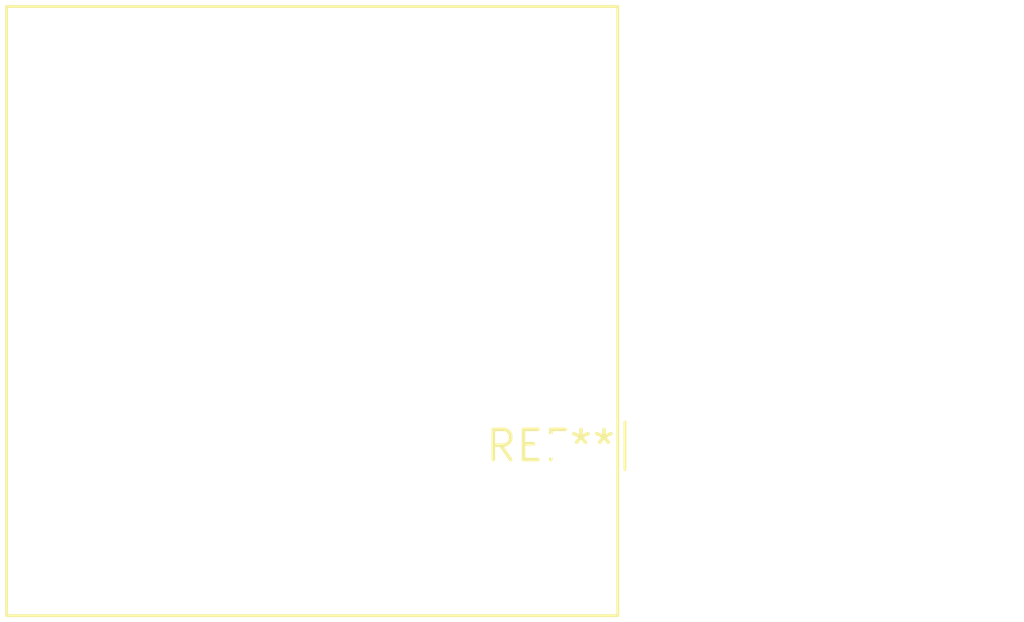
<source format=kicad_pcb>
(kicad_pcb (version 20240108) (generator pcbnew)
  (layers (0 "F.Cu" signal) (31 "B.Cu" signal) (34 "B.Paste" user) (35 "F.Paste" user) (36 "B.SilkS" user "B.Silkscreen") (37 "F.SilkS" user "F.Silkscreen") (38 "B.Mask" user) (39 "F.Mask" user) (44 "Edge.Cuts" user))
  (net 0 "")
  (footprint "Converter_ACDC_RECOM_RAC05-xxSK_THT" (layer "F.Cu") (at 0 0)
    (property "Reference" "REF**")
    (property "Value" "Converter_ACDC_RECOM_RAC05-xxSK_THT")
    (fp_line (start -22.91 -18.49) (end -22.91 7.15) (layer "F.SilkS") (stroke (width 0.12)))
    (fp_line (start 2.82 -18.49) (end -22.91 -18.49) (layer "F.SilkS") (stroke (width 0.12)))
    (fp_line (start 2.82 7.15) (end -22.91 7.15) (layer "F.SilkS") (stroke (width 0.12)))
    (fp_line (start 2.82 7.15) (end 2.82 -18.49) (layer "F.SilkS") (stroke (width 0.12)))
    (fp_line (start 3.12 1) (end 3.12 -1) (layer "F.SilkS") (stroke (width 0.12)))
    (pad "1" thru_hole rect (at 0 0 270) (size 2 2) (drill 1) (layers *.Cu *.Mask) (remove_unused_layers))
    (pad "2" thru_hole circle (at 0 3.9 270) (size 2 2) (drill 1) (layers *.Cu *.Mask) (remove_unused_layers))
    (pad "3" thru_hole circle (at -20.76 -16.4 180) (size 2 2) (drill 1) (layers *.Cu *.Mask) (remove_unused_layers))
    (pad "4" thru_hole circle (at -20.76 -4.97 270) (size 2 2) (drill 1) (layers *.Cu *.Mask) (remove_unused_layers))
    (pad "5" thru_hole circle (at -20.76 5.19 270) (size 2 2) (drill 1) (layers *.Cu *.Mask) (remove_unused_layers))
  )
)
</source>
